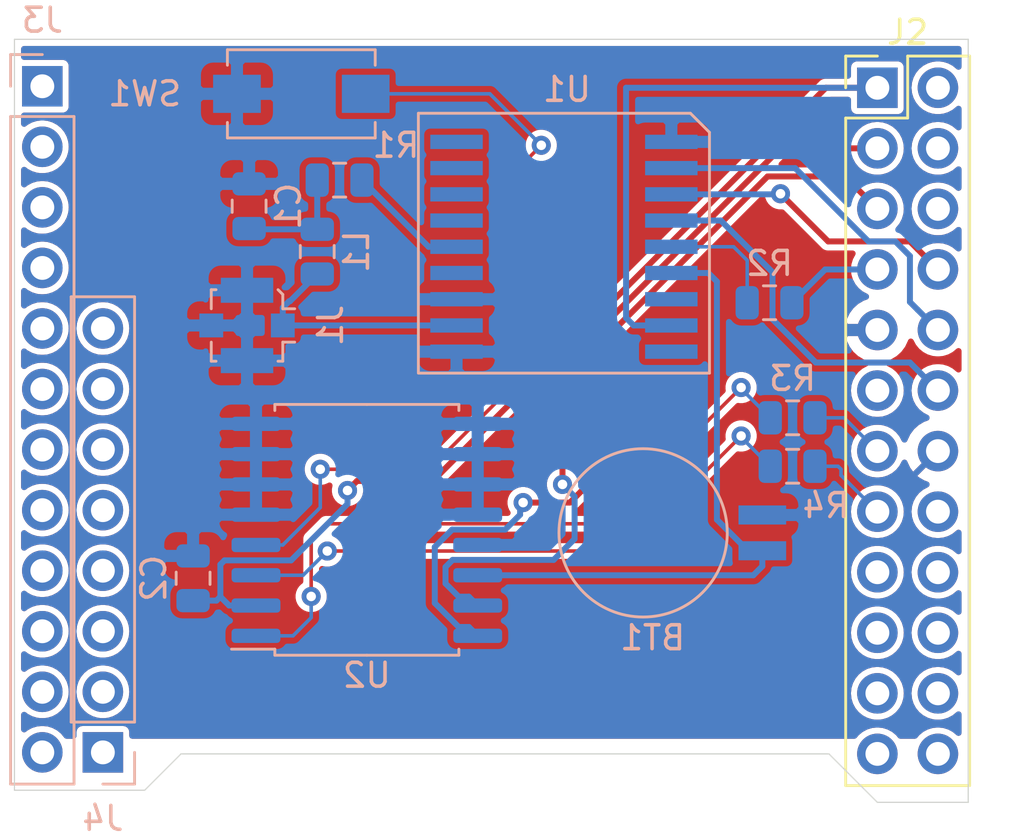
<source format=kicad_pcb>
(kicad_pcb (version 20171130) (host pcbnew 5.1.2)
  (title_block (title "NanoPi NEO Plus 2 GPS + RTC HAT") (date 2019-07-12) (rev 0.2) (company "Fan Jiang <i@fanjiang.me>"))
  (layers (0 F.Cu signal) (31 B.Cu signal) (34 B.Paste user) (35 F.Paste user) (36 B.SilkS user) (37 F.SilkS user) (38 B.Mask user) (39 F.Mask user) (44 Edge.Cuts user))
  (net 0 "")
  (net 1 "Net-(U1-Pad9)")
  (net 2 "Net-(U1-Pad7)")
  (net 3 "Net-(U1-Pad13)")
  (net 4 "Net-(U1-Pad15)")
  (net 5 "Net-(U1-Pad16)")
  (net 6 "Net-(U1-Pad17)")
  (net 7 "Net-(U1-Pad18)")
  (net 8 "Net-(J1-Pad1)")
  (net 9 GND)
  (net 10 /GPS_VBAT)
  (net 11 "Net-(C1-Pad1)")
  (net 12 "Net-(J2-Pad24)")
  (net 13 "Net-(J2-Pad23)")
  (net 14 "Net-(J2-Pad22)")
  (net 15 "Net-(J2-Pad21)")
  (net 16 "Net-(J2-Pad20)")
  (net 17 "Net-(J2-Pad19)")
  (net 18 "Net-(J2-Pad18)")
  (net 19 "Net-(J2-Pad17)")
  (net 20 "Net-(J2-Pad16)")
  (net 21 /GPS_PPS)
  (net 22 "Net-(J2-Pad11)")
  (net 23 /GPS_TX)
  (net 24 /GPS_RX)
  (net 25 "Net-(J2-Pad6)")
  (net 26 "Net-(J2-Pad4)")
  (net 27 "Net-(J2-Pad2)")
  (net 28 +3V3)
  (net 29 "Net-(R1-Pad1)")
  (net 30 /GPS_EXTI)
  (net 31 "Net-(R2-Pad2)")
  (net 32 "Net-(J3-Pad12)")
  (net 33 "Net-(J3-Pad11)")
  (net 34 "Net-(J3-Pad10)")
  (net 35 "Net-(J3-Pad9)")
  (net 36 "Net-(J3-Pad8)")
  (net 37 "Net-(J3-Pad7)")
  (net 38 "Net-(J3-Pad6)")
  (net 39 "Net-(J3-Pad5)")
  (net 40 "Net-(J3-Pad4)")
  (net 41 "Net-(J3-Pad3)")
  (net 42 "Net-(J3-Pad2)")
  (net 43 "Net-(J3-Pad1)")
  (net 44 "Net-(J4-Pad8)")
  (net 45 "Net-(J4-Pad7)")
  (net 46 "Net-(J4-Pad6)")
  (net 47 "Net-(J4-Pad5)")
  (net 48 "Net-(J4-Pad4)")
  (net 49 "Net-(J4-Pad3)")
  (net 50 "Net-(J4-Pad2)")
  (net 51 "Net-(J4-Pad1)")
  (net 52 /RTC_INT)
  (net 53 /RTC_32K)
  (net 54 /RTC_SCL)
  (net 55 /RTC_SDA)
  (net 56 "Net-(R3-Pad2)")
  (net 57 "Net-(R4-Pad2)")
  (net 58 "Net-(SW1-Pad2)")
  (module Package_SO:SOIC-16W_7.5x10.3mm_P1.27mm (layer B.Cu) (at 120.826 75.692)
    (fp_text reference U2 (at 0 6.1) (layer B.SilkS) (effects (justify mirror)))
    (fp_text value DS3231M)
    (fp_line (start -3.86 5.005) (end -5.675 5.005) (layer B.SilkS) (width 0.12))
    (fp_line (start -3.86 5.26) (end -3.86 5.005) (layer B.SilkS) (width 0.12))
    (fp_line (start 0 5.26) (end -3.86 5.26) (layer B.SilkS) (width 0.12))
    (fp_line (start 3.86 5.26) (end 3.86 5.005) (layer B.SilkS) (width 0.12))
    (fp_line (start 0 5.26) (end 3.86 5.26) (layer B.SilkS) (width 0.12))
    (fp_line (start -3.86 -5.26) (end -3.86 -5.005) (layer B.SilkS) (width 0.12))
    (fp_line (start 0 -5.26) (end -3.86 -5.26) (layer B.SilkS) (width 0.12))
    (fp_line (start 3.86 -5.26) (end 3.86 -5.005) (layer B.SilkS) (width 0.12))
    (fp_line (start 0 -5.26) (end 3.86 -5.26) (layer B.SilkS) (width 0.12))
    (pad 16 smd roundrect (at 4.65 4.445) (size 2.05 0.6) (layers B.Cu B.Paste B.Mask) (net 54 /RTC_SCL))
    (pad 15 smd roundrect (at 4.65 3.175) (size 2.05 0.6) (layers B.Cu B.Paste B.Mask) (net 55 /RTC_SDA))
    (pad 14 smd roundrect (at 4.65 1.905) (size 2.05 0.6) (layers B.Cu B.Paste B.Mask) (net 10 /GPS_VBAT))
    (pad 13 smd roundrect (at 4.65 0.635) (size 2.05 0.6) (layers B.Cu B.Paste B.Mask) (net 9 GND))
    (pad 12 smd roundrect (at 4.65 -0.635) (size 2.05 0.6) (layers B.Cu B.Paste B.Mask) (net 9 GND))
    (pad 11 smd roundrect (at 4.65 -1.905) (size 2.05 0.6) (layers B.Cu B.Paste B.Mask) (net 9 GND))
    (pad 10 smd roundrect (at 4.65 -3.175) (size 2.05 0.6) (layers B.Cu B.Paste B.Mask) (net 9 GND))
    (pad 9 smd roundrect (at 4.65 -4.445) (size 2.05 0.6) (layers B.Cu B.Paste B.Mask) (net 9 GND))
    (pad 8 smd roundrect (at -4.65 -4.445) (size 2.05 0.6) (layers B.Cu B.Paste B.Mask) (net 9 GND))
    (pad 7 smd roundrect (at -4.65 -3.175) (size 2.05 0.6) (layers B.Cu B.Paste B.Mask) (net 9 GND))
    (pad 6 smd roundrect (at -4.65 -1.905) (size 2.05 0.6) (layers B.Cu B.Paste B.Mask) (net 9 GND))
    (pad 5 smd roundrect (at -4.65 -0.635) (size 2.05 0.6) (layers B.Cu B.Paste B.Mask) (net 9 GND))
    (pad 4 smd roundrect (at -4.65 0.635) (size 2.05 0.6) (layers B.Cu B.Paste B.Mask) (net 58 "Net-(SW1-Pad2)"))
    (pad 3 smd roundrect (at -4.65 1.905) (size 2.05 0.6) (layers B.Cu B.Paste B.Mask) (net 57 "Net-(R4-Pad2)"))
    (pad 2 smd roundrect (at -4.65 3.175) (size 2.05 0.6) (layers B.Cu B.Paste B.Mask) (net 28 +3V3))
    (pad 1 smd roundrect (at -4.65 4.445) (size 2.05 0.6) (layers B.Cu B.Paste B.Mask) (net 56 "Net-(R3-Pad2)"))
  )
  (module Button_Switch_SMD:SW_SPST_EVQPE1 (layer B.Cu) (at 118.077 57.404)
    (fp_text reference SW1 (at -6.571 0) (layer B.SilkS) (effects (justify mirror)))
    (fp_text value SW_Push)
    (fp_line (start -3.1 -1.85) (end 3.1 -1.85) (layer B.SilkS) (width 0.12))
    (fp_line (start 3.1 1.85) (end -3.1 1.85) (layer B.SilkS) (width 0.12))
    (fp_line (start -3.1 1.85) (end -3.1 1.2) (layer B.SilkS) (width 0.12))
    (fp_line (start -3.1 -1.2) (end -3.1 -1.85) (layer B.SilkS) (width 0.12))
    (fp_line (start 3.1 -1.85) (end 3.1 -1.2) (layer B.SilkS) (width 0.12))
    (fp_line (start 3.1 1.85) (end 3.1 1.2) (layer B.SilkS) (width 0.12))
    (pad 1 smd rect (at -2.7 0) (size 2 1.6) (layers B.Cu B.Paste B.Mask) (net 9 GND))
    (pad 2 smd rect (at 2.7 0) (size 2 1.6) (layers B.Cu B.Paste B.Mask) (net 58 "Net-(SW1-Pad2)"))
  )
  (module Resistor_SMD:R_0805_2012Metric (layer B.Cu) (at 138.684 73.025 180)
    (fp_text reference R4 (at -1.397 -1.651) (layer B.SilkS) (effects (justify mirror)))
    (fp_text value NP)
    (fp_line (start -0.258578 -0.71) (end 0.258578 -0.71) (layer B.SilkS) (width 0.12))
    (fp_line (start -0.258578 0.71) (end 0.258578 0.71) (layer B.SilkS) (width 0.12))
    (pad 2 smd roundrect (at 0.9375 0 180) (size 0.975 1.4) (layers B.Cu B.Paste B.Mask) (net 57 "Net-(R4-Pad2)"))
    (pad 1 smd roundrect (at -0.9375 0 180) (size 0.975 1.4) (layers B.Cu B.Paste B.Mask) (net 52 /RTC_INT))
  )
  (module Resistor_SMD:R_0805_2012Metric (layer B.Cu) (at 138.684 70.993 180)
    (fp_text reference R3 (at 0 1.65) (layer B.SilkS) (effects (justify mirror)))
    (fp_text value NP)
    (fp_line (start -0.258578 -0.71) (end 0.258578 -0.71) (layer B.SilkS) (width 0.12))
    (fp_line (start -0.258578 0.71) (end 0.258578 0.71) (layer B.SilkS) (width 0.12))
    (pad 2 smd roundrect (at 0.9375 0 180) (size 0.975 1.4) (layers B.Cu B.Paste B.Mask) (net 56 "Net-(R3-Pad2)"))
    (pad 1 smd roundrect (at -0.9375 0 180) (size 0.975 1.4) (layers B.Cu B.Paste B.Mask) (net 53 /RTC_32K))
  )
  (module Capacitor_SMD:C_0805_2012Metric (layer B.Cu) (at 113.538 77.724 270)
    (fp_text reference C2 (at 0 1.65 90) (layer B.SilkS) (effects (justify mirror)))
    (fp_text value 1u)
    (fp_line (start -0.258578 -0.71) (end 0.258578 -0.71) (layer B.SilkS) (width 0.12))
    (fp_line (start -0.258578 0.71) (end 0.258578 0.71) (layer B.SilkS) (width 0.12))
    (pad 2 smd roundrect (at 0.9375 0 270) (size 0.975 1.4) (layers B.Cu B.Paste B.Mask) (net 28 +3V3))
    (pad 1 smd roundrect (at -0.9375 0 270) (size 0.975 1.4) (layers B.Cu B.Paste B.Mask) (net 9 GND))
  )
  (module Connector_PinSocket_2.54mm:PinSocket_1x08_P2.54mm_Vertical (layer B.Cu) (at 109.7534 85.0265)
    (fp_text reference J4 (at 0 2.77) (layer B.SilkS) (effects (justify mirror)))
    (fp_text value Conn_01x08_Female hide)
    (fp_line (start 0 1.33) (end 1.33 1.33) (layer B.SilkS) (width 0.12))
    (fp_line (start 1.33 1.33) (end 1.33 0) (layer B.SilkS) (width 0.12))
    (fp_line (start 1.33 -1.27) (end 1.33 -19.11) (layer B.SilkS) (width 0.12))
    (fp_line (start -1.33 -19.11) (end 1.33 -19.11) (layer B.SilkS) (width 0.12))
    (fp_line (start -1.33 -1.27) (end -1.33 -19.11) (layer B.SilkS) (width 0.12))
    (fp_line (start -1.33 -1.27) (end 1.33 -1.27) (layer B.SilkS) (width 0.12))
    (pad 8 thru_hole oval (at 0 -17.78) (size 1.7 1.7) (drill 1) (layers *.Cu *.Mask) (net 44 "Net-(J4-Pad8)"))
    (pad 7 thru_hole oval (at 0 -15.24) (size 1.7 1.7) (drill 1) (layers *.Cu *.Mask) (net 45 "Net-(J4-Pad7)"))
    (pad 6 thru_hole oval (at 0 -12.7) (size 1.7 1.7) (drill 1) (layers *.Cu *.Mask) (net 46 "Net-(J4-Pad6)"))
    (pad 5 thru_hole oval (at 0 -10.16) (size 1.7 1.7) (drill 1) (layers *.Cu *.Mask) (net 47 "Net-(J4-Pad5)"))
    (pad 4 thru_hole oval (at 0 -7.62) (size 1.7 1.7) (drill 1) (layers *.Cu *.Mask) (net 48 "Net-(J4-Pad4)"))
    (pad 3 thru_hole oval (at 0 -5.08) (size 1.7 1.7) (drill 1) (layers *.Cu *.Mask) (net 49 "Net-(J4-Pad3)"))
    (pad 2 thru_hole oval (at 0 -2.54) (size 1.7 1.7) (drill 1) (layers *.Cu *.Mask) (net 50 "Net-(J4-Pad2)"))
    (pad 1 thru_hole rect (at 0 0) (size 1.7 1.7) (drill 1) (layers *.Cu *.Mask) (net 51 "Net-(J4-Pad1)"))
  )
  (module Connector_PinSocket_2.54mm:PinSocket_1x12_P2.54mm_Vertical (layer B.Cu) (at 107.2134 57.0865 180)
    (fp_text reference J3 (at 0 2.77) (layer B.SilkS) (effects (justify mirror)))
    (fp_text value Conn_01x12_Female hide)
    (fp_line (start 0 1.33) (end 1.33 1.33) (layer B.SilkS) (width 0.12))
    (fp_line (start 1.33 1.33) (end 1.33 0) (layer B.SilkS) (width 0.12))
    (fp_line (start 1.33 -1.27) (end 1.33 -29.27) (layer B.SilkS) (width 0.12))
    (fp_line (start -1.33 -29.27) (end 1.33 -29.27) (layer B.SilkS) (width 0.12))
    (fp_line (start -1.33 -1.27) (end -1.33 -29.27) (layer B.SilkS) (width 0.12))
    (fp_line (start -1.33 -1.27) (end 1.33 -1.27) (layer B.SilkS) (width 0.12))
    (pad 12 thru_hole oval (at 0 -27.94 180) (size 1.7 1.7) (drill 1) (layers *.Cu *.Mask) (net 32 "Net-(J3-Pad12)"))
    (pad 11 thru_hole oval (at 0 -25.4 180) (size 1.7 1.7) (drill 1) (layers *.Cu *.Mask) (net 33 "Net-(J3-Pad11)"))
    (pad 10 thru_hole oval (at 0 -22.86 180) (size 1.7 1.7) (drill 1) (layers *.Cu *.Mask) (net 34 "Net-(J3-Pad10)"))
    (pad 9 thru_hole oval (at 0 -20.32 180) (size 1.7 1.7) (drill 1) (layers *.Cu *.Mask) (net 35 "Net-(J3-Pad9)"))
    (pad 8 thru_hole oval (at 0 -17.78 180) (size 1.7 1.7) (drill 1) (layers *.Cu *.Mask) (net 36 "Net-(J3-Pad8)"))
    (pad 7 thru_hole oval (at 0 -15.24 180) (size 1.7 1.7) (drill 1) (layers *.Cu *.Mask) (net 37 "Net-(J3-Pad7)"))
    (pad 6 thru_hole oval (at 0 -12.7 180) (size 1.7 1.7) (drill 1) (layers *.Cu *.Mask) (net 38 "Net-(J3-Pad6)"))
    (pad 5 thru_hole oval (at 0 -10.16 180) (size 1.7 1.7) (drill 1) (layers *.Cu *.Mask) (net 39 "Net-(J3-Pad5)"))
    (pad 4 thru_hole oval (at 0 -7.62 180) (size 1.7 1.7) (drill 1) (layers *.Cu *.Mask) (net 40 "Net-(J3-Pad4)"))
    (pad 3 thru_hole oval (at 0 -5.08 180) (size 1.7 1.7) (drill 1) (layers *.Cu *.Mask) (net 41 "Net-(J3-Pad3)"))
    (pad 2 thru_hole oval (at 0 -2.54 180) (size 1.7 1.7) (drill 1) (layers *.Cu *.Mask) (net 42 "Net-(J3-Pad2)"))
    (pad 1 thru_hole rect (at 0 0 180) (size 1.7 1.7) (drill 1) (layers *.Cu *.Mask) (net 43 "Net-(J3-Pad1)"))
  )
  (module Resistor_SMD:R_0805_2012Metric (layer B.Cu) (at 137.7165 66.167 180)
    (fp_text reference R2 (at 0 1.65) (layer B.SilkS) (effects (justify mirror)))
    (fp_text value NP)
    (fp_line (start -0.258578 -0.71) (end 0.258578 -0.71) (layer B.SilkS) (width 0.12))
    (fp_line (start -0.258578 0.71) (end 0.258578 0.71) (layer B.SilkS) (width 0.12))
    (pad 2 smd roundrect (at 0.9375 0 180) (size 0.975 1.4) (layers B.Cu B.Paste B.Mask) (net 31 "Net-(R2-Pad2)"))
    (pad 1 smd roundrect (at -0.9375 0 180) (size 0.975 1.4) (layers B.Cu B.Paste B.Mask) (net 30 /GPS_EXTI))
  )
  (module Resistor_SMD:R_0805_2012Metric (layer B.Cu) (at 119.6825 61.0235 180)
    (fp_text reference R1 (at -2.3645 1.4605) (layer B.SilkS) (effects (justify mirror)))
    (fp_text value 10)
    (fp_line (start -0.258578 -0.71) (end 0.258578 -0.71) (layer B.SilkS) (width 0.12))
    (fp_line (start -0.258578 0.71) (end 0.258578 0.71) (layer B.SilkS) (width 0.12))
    (pad 2 smd roundrect (at 0.9375 0 180) (size 0.975 1.4) (layers B.Cu B.Paste B.Mask) (net 11 "Net-(C1-Pad1)"))
    (pad 1 smd roundrect (at -0.9375 0 180) (size 0.975 1.4) (layers B.Cu B.Paste B.Mask) (net 29 "Net-(R1-Pad1)"))
  )
  (module Inductor_SMD:L_0805_2012Metric (layer B.Cu) (at 118.745 64.023 90)
    (fp_text reference L1 (at 0 1.65 90) (layer B.SilkS) (effects (justify mirror)))
    (fp_text value 27n)
    (fp_line (start -0.258578 -0.71) (end 0.258578 -0.71) (layer B.SilkS) (width 0.12))
    (fp_line (start -0.258578 0.71) (end 0.258578 0.71) (layer B.SilkS) (width 0.12))
    (pad 2 smd roundrect (at 0.9375 0 90) (size 0.975 1.4) (layers B.Cu B.Paste B.Mask) (net 11 "Net-(C1-Pad1)"))
    (pad 1 smd roundrect (at -0.9375 0 90) (size 0.975 1.4) (layers B.Cu B.Paste B.Mask) (net 8 "Net-(J1-Pad1)"))
  )
  (module Connector_PinHeader_2.54mm:PinHeader_2x12_P2.54mm_Vertical (layer F.Cu) (at 142.24 57.15)
    (fp_text reference J2 (at 1.27 -2.33) (layer F.SilkS))
    (fp_text value NanoPi_GPIO)
    (fp_line (start -1.33 -1.33) (end 0 -1.33) (layer F.SilkS) (width 0.12))
    (fp_line (start -1.33 0) (end -1.33 -1.33) (layer F.SilkS) (width 0.12))
    (fp_line (start 1.27 -1.33) (end 3.87 -1.33) (layer F.SilkS) (width 0.12))
    (fp_line (start 1.27 1.27) (end 1.27 -1.33) (layer F.SilkS) (width 0.12))
    (fp_line (start -1.33 1.27) (end 1.27 1.27) (layer F.SilkS) (width 0.12))
    (fp_line (start 3.87 -1.33) (end 3.87 29.27) (layer F.SilkS) (width 0.12))
    (fp_line (start -1.33 1.27) (end -1.33 29.27) (layer F.SilkS) (width 0.12))
    (fp_line (start -1.33 29.27) (end 3.87 29.27) (layer F.SilkS) (width 0.12))
    (pad 24 thru_hole oval (at 2.54 27.94) (size 1.7 1.7) (drill 1) (layers *.Cu *.Mask) (net 12 "Net-(J2-Pad24)"))
    (pad 23 thru_hole oval (at 0 27.94) (size 1.7 1.7) (drill 1) (layers *.Cu *.Mask) (net 13 "Net-(J2-Pad23)"))
    (pad 22 thru_hole oval (at 2.54 25.4) (size 1.7 1.7) (drill 1) (layers *.Cu *.Mask) (net 14 "Net-(J2-Pad22)"))
    (pad 21 thru_hole oval (at 0 25.4) (size 1.7 1.7) (drill 1) (layers *.Cu *.Mask) (net 15 "Net-(J2-Pad21)"))
    (pad 20 thru_hole oval (at 2.54 22.86) (size 1.7 1.7) (drill 1) (layers *.Cu *.Mask) (net 16 "Net-(J2-Pad20)"))
    (pad 19 thru_hole oval (at 0 22.86) (size 1.7 1.7) (drill 1) (layers *.Cu *.Mask) (net 17 "Net-(J2-Pad19)"))
    (pad 18 thru_hole oval (at 2.54 20.32) (size 1.7 1.7) (drill 1) (layers *.Cu *.Mask) (net 18 "Net-(J2-Pad18)"))
    (pad 17 thru_hole oval (at 0 20.32) (size 1.7 1.7) (drill 1) (layers *.Cu *.Mask) (net 19 "Net-(J2-Pad17)"))
    (pad 16 thru_hole oval (at 2.54 17.78) (size 1.7 1.7) (drill 1) (layers *.Cu *.Mask) (net 20 "Net-(J2-Pad16)"))
    (pad 15 thru_hole oval (at 0 17.78) (size 1.7 1.7) (drill 1) (layers *.Cu *.Mask) (net 52 /RTC_INT))
    (pad 14 thru_hole oval (at 2.54 15.24) (size 1.7 1.7) (drill 1) (layers *.Cu *.Mask) (net 9 GND))
    (pad 13 thru_hole oval (at 0 15.24) (size 1.7 1.7) (drill 1) (layers *.Cu *.Mask) (net 53 /RTC_32K))
    (pad 12 thru_hole oval (at 2.54 12.7) (size 1.7 1.7) (drill 1) (layers *.Cu *.Mask) (net 21 /GPS_PPS))
    (pad 11 thru_hole oval (at 0 12.7) (size 1.7 1.7) (drill 1) (layers *.Cu *.Mask) (net 22 "Net-(J2-Pad11)"))
    (pad 10 thru_hole oval (at 2.54 10.16) (size 1.7 1.7) (drill 1) (layers *.Cu *.Mask) (net 23 /GPS_TX))
    (pad 9 thru_hole oval (at 0 10.16) (size 1.7 1.7) (drill 1) (layers *.Cu *.Mask) (net 9 GND))
    (pad 8 thru_hole oval (at 2.54 7.62) (size 1.7 1.7) (drill 1) (layers *.Cu *.Mask) (net 24 /GPS_RX))
    (pad 7 thru_hole oval (at 0 7.62) (size 1.7 1.7) (drill 1) (layers *.Cu *.Mask) (net 30 /GPS_EXTI))
    (pad 6 thru_hole oval (at 2.54 5.08) (size 1.7 1.7) (drill 1) (layers *.Cu *.Mask) (net 25 "Net-(J2-Pad6)"))
    (pad 5 thru_hole oval (at 0 5.08) (size 1.7 1.7) (drill 1) (layers *.Cu *.Mask) (net 54 /RTC_SCL))
    (pad 4 thru_hole oval (at 2.54 2.54) (size 1.7 1.7) (drill 1) (layers *.Cu *.Mask) (net 26 "Net-(J2-Pad4)"))
    (pad 3 thru_hole oval (at 0 2.54) (size 1.7 1.7) (drill 1) (layers *.Cu *.Mask) (net 55 /RTC_SDA))
    (pad 2 thru_hole oval (at 2.54 0) (size 1.7 1.7) (drill 1) (layers *.Cu *.Mask) (net 27 "Net-(J2-Pad2)"))
    (pad 1 thru_hole rect (at 0 0) (size 1.7 1.7) (drill 1) (layers *.Cu *.Mask) (net 28 +3V3))
  )
  (module Capacitor_SMD:C_0805_2012Metric (layer B.Cu) (at 115.8875 62.118 90)
    (fp_text reference C1 (at 0 1.65 90) (layer B.SilkS) (effects (justify mirror)))
    (fp_text value 47p)
    (fp_line (start -0.258578 -0.71) (end 0.258578 -0.71) (layer B.SilkS) (width 0.12))
    (fp_line (start -0.258578 0.71) (end 0.258578 0.71) (layer B.SilkS) (width 0.12))
    (pad 2 smd roundrect (at 0.9375 0 90) (size 0.975 1.4) (layers B.Cu B.Paste B.Mask) (net 9 GND))
    (pad 1 smd roundrect (at -0.9375 0 90) (size 0.975 1.4) (layers B.Cu B.Paste B.Mask) (net 11 "Net-(C1-Pad1)"))
  )
  (module Battery:BatteryHolder_Seiko_MS621F (layer B.Cu) (at 137.414 75.819)
    (fp_text reference BT1 (at -4.6 4.4) (layer B.SilkS) (effects (justify mirror)))
    (fp_text value Battery_Cell)
    (fp_circle (center -5 0) (end -1.47 0) (layer B.SilkS) (width 0.12))
    (pad 2 smd rect (at 0 -0.75) (size 2 0.8) (layers B.Cu B.Paste B.Mask) (net 9 GND))
    (pad 1 smd rect (at 0 0.75) (size 2 0.8) (layers B.Cu B.Paste B.Mask) (net 10 /GPS_VBAT))
  )
  (module Connector_Coaxial:U.FL_Molex_MCRF_73412-0110_Vertical (layer B.Cu) (at 115.8 67.1195 270)
    (fp_text reference J1 (at 0 -3.5 90) (layer B.SilkS) (effects (justify mirror)))
    (fp_text value Conn_Coaxial)
    (fp_line (start -1.5 1.5) (end -0.7 1.5) (layer B.SilkS) (width 0.12))
    (fp_line (start -1.5 1.3) (end -1.5 1.5) (layer B.SilkS) (width 0.12))
    (fp_line (start 1.5 1.5) (end 1.5 1.3) (layer B.SilkS) (width 0.12))
    (fp_line (start 0.7 1.5) (end 1.5 1.5) (layer B.SilkS) (width 0.12))
    (fp_line (start 1.5 -1.5) (end 0.7 -1.5) (layer B.SilkS) (width 0.12))
    (fp_line (start 1.5 -1.3) (end 1.5 -1.5) (layer B.SilkS) (width 0.12))
    (fp_line (start -1.3 -1.5) (end -1.5 -1.3) (layer B.SilkS) (width 0.12))
    (fp_line (start -0.7 -1.5) (end -1.3 -1.5) (layer B.SilkS) (width 0.12))
    (fp_line (start -0.7 -1.5) (end -0.7 -2) (layer B.SilkS) (width 0.12))
    (fp_line (start 0.7 -1.5) (end 0.7 -2) (layer B.SilkS) (width 0.12))
    (pad 1 smd rect (at 0 -1.5 270) (size 1 1) (layers B.Cu B.Paste B.Mask) (net 8 "Net-(J1-Pad1)"))
    (pad 2 smd rect (at 0 1.5 270) (size 1 1) (layers B.Cu B.Paste B.Mask) (net 9 GND))
    (pad 2 smd rect (at 1.475 0 270) (size 1.05 2.2) (layers B.Cu B.Paste B.Mask) (net 9 GND))
    (pad 2 smd rect (at -1.475 0 270) (size 1.05 2.2) (layers B.Cu B.Paste B.Mask) (net 9 GND))
  )
  (module GPS:KH-1110 (layer B.Cu) (at 129.219 63.8195 270)
    (fp_text reference U1 (at -6.6 0 180) (layer B.SilkS) (effects (justify mirror)))
    (fp_text value KH-1110-UB8X)
    (fp_line (start 5.3 -5.978) (end -4.8 -5.978) (layer B.SilkS) (width 0.12))
    (fp_line (start 5.3 6.2) (end 5.3 -5.978) (layer B.SilkS) (width 0.12))
    (fp_line (start -5.6 6.232) (end 5.3 6.232) (layer B.SilkS) (width 0.12))
    (fp_line (start -5.6 -5.178) (end -5.6 6.232) (layer B.SilkS) (width 0.12))
    (fp_line (start -4.8 -5.978) (end -5.6 -5.178) (layer B.SilkS) (width 0.12))
    (pad 9 smd rect (at 4.4 -4.378 270) (size 0.6 2.2) (layers B.Cu B.Paste B.Mask) (net 1 "Net-(U1-Pad9)"))
    (pad 10 smd rect (at 4.4 4.632 270) (size 0.6 2.2) (layers B.Cu B.Paste B.Mask) (net 9 GND))
    (pad 8 smd rect (at 3.3 -4.378 270) (size 0.6 2.2) (layers B.Cu B.Paste B.Mask) (net 28 +3V3))
    (pad 11 smd rect (at 3.3 4.632 270) (size 0.6 2.2) (layers B.Cu B.Paste B.Mask) (net 8 "Net-(J1-Pad1)"))
    (pad 7 smd rect (at 2.2 -4.378 270) (size 0.6 2.2) (layers B.Cu B.Paste B.Mask) (net 2 "Net-(U1-Pad7)"))
    (pad 12 smd rect (at 2.2 4.632 270) (size 0.6 2.2) (layers B.Cu B.Paste B.Mask) (net 9 GND))
    (pad 6 smd rect (at 1.1 -4.378 270) (size 0.6 2.2) (layers B.Cu B.Paste B.Mask) (net 10 /GPS_VBAT))
    (pad 13 smd rect (at 1.1 4.632 270) (size 0.6 2.2) (layers B.Cu B.Paste B.Mask) (net 3 "Net-(U1-Pad13)"))
    (pad 5 smd rect (at 0 -4.378 270) (size 0.6 2.2) (layers B.Cu B.Paste B.Mask) (net 31 "Net-(R2-Pad2)"))
    (pad 14 smd rect (at 0 4.632 270) (size 0.6 2.2) (layers B.Cu B.Paste B.Mask) (net 29 "Net-(R1-Pad1)"))
    (pad 4 smd rect (at -1.1 -4.378 270) (size 0.6 2.2) (layers B.Cu B.Paste B.Mask) (net 21 /GPS_PPS))
    (pad 15 smd rect (at -1.1 4.632 270) (size 0.6 2.2) (layers B.Cu B.Paste B.Mask) (net 4 "Net-(U1-Pad15)"))
    (pad 3 smd rect (at -2.2 -4.378 270) (size 0.6 2.2) (layers B.Cu B.Paste B.Mask) (net 24 /GPS_RX))
    (pad 16 smd rect (at -2.2 4.632 270) (size 0.6 2.2) (layers B.Cu B.Paste B.Mask) (net 5 "Net-(U1-Pad16)"))
    (pad 2 smd rect (at -3.3 -4.378 270) (size 0.6 2.2) (layers B.Cu B.Paste B.Mask) (net 23 /GPS_TX))
    (pad 17 smd rect (at -3.3 4.632 270) (size 0.6 2.2) (layers B.Cu B.Paste B.Mask) (net 6 "Net-(U1-Pad17)"))
    (pad 1 smd rect (at -4.4 -4.378 270) (size 0.6 2.2) (layers B.Cu B.Paste B.Mask) (net 9 GND))
    (pad 18 smd rect (at -4.4 4.632 270) (size 0.6 2.2) (layers B.Cu B.Paste B.Mask) (net 7 "Net-(U1-Pad18)"))
  )
  (gr_line (start 113.03 85.09) (end 140.208 85.09) (layer Edge.Cuts) (width 0.05))
  (gr_line (start 111.506 86.614) (end 113.03 85.09) (layer Edge.Cuts) (width 0.05))
  (gr_line (start 106.045 86.614) (end 111.506 86.614) (layer Edge.Cuts) (width 0.05))
  (gr_line (start 106.045 55.118) (end 106.045 86.614) (layer Edge.Cuts) (width 0.05))
  (gr_line (start 146.05 55.118) (end 106.045 55.118) (layer Edge.Cuts) (width 0.05))
  (gr_line (start 146.05 87.122) (end 146.05 55.118) (layer Edge.Cuts) (width 0.05))
  (gr_line (start 142.24 87.122) (end 146.05 87.122) (layer Edge.Cuts) (width 0.05))
  (gr_line (start 140.208 85.09) (end 142.24 87.122) (layer Edge.Cuts) (width 0.05))
  (segment (start 124.587 67.1195) (end 117.3 67.1195) (width 0.25) (layer B.Cu) (net 8))
  (segment (start 118.745 64.9605) (end 117.602 66.1035) (width 0.25) (layer B.Cu) (net 8))
  (segment (start 117.3 66.3695) (end 117.3 67.1195) (width 0.25) (layer B.Cu) (net 8))
  (segment (start 117.566 66.1035) (end 117.3 66.3695) (width 0.25) (layer B.Cu) (net 8))
  (segment (start 117.602 66.1035) (end 117.566 66.1035) (width 0.25) (layer B.Cu) (net 8))
  (segment (start 123.787 68.2195) (end 123.7665 68.199) (width 0.25) (layer B.Cu) (net 9))
  (segment (start 144.78 72.39) (end 143.637 73.533) (width 0.25) (layer B.Cu) (net 9))
  (segment (start 144.78 72.39) (end 143.930001 73.239999) (width 0.25) (layer F.Cu) (net 9))
  (segment (start 143.930001 73.239999) (end 143.383 73.787) (width 0.25) (layer F.Cu) (net 9))
  (segment (start 135.1505 64.9195) (end 133.597 64.9195) (width 0.25) (layer B.Cu) (net 10))
  (segment (start 135.509 65.278) (end 135.1505 64.9195) (width 0.25) (layer B.Cu) (net 10))
  (segment (start 136.814 76.569) (end 137.414 76.569) (width 0.25) (layer B.Cu) (net 10))
  (segment (start 135.509 75.264) (end 136.814 76.569) (width 0.25) (layer B.Cu) (net 10))
  (segment (start 135.509 65.278) (end 135.509 75.264) (width 0.25) (layer B.Cu) (net 10))
  (segment (start 137.414 77.219) (end 137.414 76.569) (width 0.25) (layer B.Cu) (net 10))
  (segment (start 137.036 77.597) (end 137.414 77.219) (width 0.25) (layer B.Cu) (net 10))
  (segment (start 125.476 77.597) (end 137.036 77.597) (width 0.25) (layer B.Cu) (net 10))
  (segment (start 115.9175 63.0855) (end 115.8875 63.0555) (width 0.25) (layer B.Cu) (net 11))
  (segment (start 118.745 63.0855) (end 115.9175 63.0855) (width 0.25) (layer B.Cu) (net 11))
  (segment (start 118.745 61.0235) (end 118.745 63.0855) (width 0.25) (layer B.Cu) (net 11))
  (segment (start 143.930001 69.000001) (end 144.78 69.85) (width 0.25) (layer B.Cu) (net 21))
  (segment (start 143.604999 68.674999) (end 143.930001 69.000001) (width 0.25) (layer B.Cu) (net 21))
  (segment (start 139.657649 68.674999) (end 143.604999 68.674999) (width 0.25) (layer B.Cu) (net 21))
  (segment (start 137.84149 66.85884) (end 139.657649 68.674999) (width 0.25) (layer B.Cu) (net 21))
  (segment (start 137.84149 64.885792) (end 137.84149 66.85884) (width 0.25) (layer B.Cu) (net 21))
  (segment (start 135.675198 62.7195) (end 137.84149 64.885792) (width 0.25) (layer B.Cu) (net 21))
  (segment (start 133.597 62.7195) (end 135.675198 62.7195) (width 0.25) (layer B.Cu) (net 21))
  (segment (start 143.930001 66.460001) (end 144.78 67.31) (width 0.25) (layer B.Cu) (net 23))
  (segment (start 143.604999 66.134999) (end 143.930001 66.460001) (width 0.25) (layer B.Cu) (net 23))
  (segment (start 138.790498 60.5195) (end 141.865997 63.594999) (width 0.25) (layer B.Cu) (net 23))
  (segment (start 143.604999 64.205999) (end 143.604999 66.134999) (width 0.25) (layer B.Cu) (net 23))
  (segment (start 142.993999 63.594999) (end 143.604999 64.205999) (width 0.25) (layer B.Cu) (net 23))
  (segment (start 141.865997 63.594999) (end 142.993999 63.594999) (width 0.25) (layer B.Cu) (net 23))
  (segment (start 133.597 60.5195) (end 138.790498 60.5195) (width 0.25) (layer B.Cu) (net 23))
  (via (at 138.176 61.595) (size 0.8) (drill 0.4) (layers F.Cu B.Cu) (net 24))
  (segment (start 133.597 61.6195) (end 138.1515 61.6195) (width 0.25) (layer B.Cu) (net 24))
  (segment (start 138.1515 61.6195) (end 138.176 61.595) (width 0.25) (layer B.Cu) (net 24))
  (segment (start 143.930001 63.920001) (end 144.78 64.77) (width 0.25) (layer F.Cu) (net 24))
  (segment (start 140.175999 63.594999) (end 143.604999 63.594999) (width 0.25) (layer F.Cu) (net 24))
  (segment (start 143.604999 63.594999) (end 143.930001 63.920001) (width 0.25) (layer F.Cu) (net 24))
  (segment (start 138.176 61.595) (end 140.175999 63.594999) (width 0.25) (layer F.Cu) (net 24))
  (segment (start 131.699 66.802) (end 132.0165 67.1195) (width 0.25) (layer B.Cu) (net 28))
  (segment (start 132.0165 67.1195) (end 133.597 67.1195) (width 0.25) (layer B.Cu) (net 28))
  (segment (start 142.24 57.15) (end 131.699 57.15) (width 0.25) (layer B.Cu) (net 28))
  (segment (start 131.699 57.15) (end 131.699 66.802) (width 0.25) (layer B.Cu) (net 28))
  (segment (start 120.015 74.606685) (end 120.015 74.041) (width 0.25) (layer B.Cu) (net 28))
  (segment (start 123.589999 73.641001) (end 120.414999 73.641001) (width 0.25) (layer F.Cu) (net 28))
  (segment (start 120.414999 73.641001) (end 120.015 74.041) (width 0.25) (layer F.Cu) (net 28))
  (segment (start 142.24 57.15) (end 140.081 57.15) (width 0.25) (layer F.Cu) (net 28))
  (segment (start 140.081 57.15) (end 123.589999 73.641001) (width 0.25) (layer F.Cu) (net 28))
  (via (at 120.015 74.041) (size 0.8) (drill 0.4) (layers F.Cu B.Cu) (net 28))
  (segment (start 117.649695 76.97199) (end 120.015 74.606685) (width 0.25) (layer B.Cu) (net 28))
  (segment (start 114.85686 76.97199) (end 114.681 77.14785) (width 0.25) (layer B.Cu) (net 28))
  (segment (start 117.649695 76.97199) (end 114.85686 76.97199) (width 0.25) (layer B.Cu) (net 28))
  (segment (start 115.051 78.867) (end 116.176 78.867) (width 0.25) (layer B.Cu) (net 28))
  (segment (start 114.681 78.497) (end 115.051 78.867) (width 0.25) (layer B.Cu) (net 28))
  (segment (start 114.681 77.14785) (end 114.681 78.497) (width 0.25) (layer B.Cu) (net 28))
  (segment (start 114.5165 78.6615) (end 113.538 78.6615) (width 0.25) (layer B.Cu) (net 28))
  (segment (start 114.681 78.497) (end 114.5165 78.6615) (width 0.25) (layer B.Cu) (net 28))
  (segment (start 123.416 63.8195) (end 124.587 63.8195) (width 0.25) (layer B.Cu) (net 29))
  (segment (start 120.62 61.0235) (end 123.416 63.8195) (width 0.25) (layer B.Cu) (net 29))
  (segment (start 140.051 64.77) (end 138.654 66.167) (width 0.25) (layer B.Cu) (net 30))
  (segment (start 142.24 64.77) (end 140.051 64.77) (width 0.25) (layer B.Cu) (net 30))
  (segment (start 136.779 66.167) (end 136.779 64.389) (width 0.15) (layer B.Cu) (net 31))
  (segment (start 136.2095 63.8195) (end 133.597 63.8195) (width 0.15) (layer B.Cu) (net 31))
  (segment (start 136.779 64.389) (end 136.2095 63.8195) (width 0.15) (layer B.Cu) (net 31))
  (segment (start 140.716 73.406) (end 142.24 74.93) (width 0.15) (layer B.Cu) (net 52))
  (segment (start 140.716 73.152) (end 140.716 73.406) (width 0.15) (layer B.Cu) (net 52))
  (segment (start 139.6215 73.025) (end 140.589 73.025) (width 0.15) (layer B.Cu) (net 52))
  (segment (start 140.589 73.025) (end 140.716 73.152) (width 0.15) (layer B.Cu) (net 52))
  (segment (start 140.843 70.993) (end 142.24 72.39) (width 0.15) (layer B.Cu) (net 53))
  (segment (start 139.6215 70.993) (end 140.843 70.993) (width 0.15) (layer B.Cu) (net 53))
  (segment (start 124.404242 75.68201) (end 126.62899 75.68201) (width 0.25) (layer B.Cu) (net 54))
  (segment (start 124.678522 79.76629) (end 123.67598 78.763748) (width 0.25) (layer B.Cu) (net 54))
  (segment (start 123.67598 78.763748) (end 123.67598 76.410272) (width 0.25) (layer B.Cu) (net 54))
  (segment (start 125.10529 79.76629) (end 124.678522 79.76629) (width 0.25) (layer B.Cu) (net 54))
  (segment (start 125.476 80.137) (end 125.10529 79.76629) (width 0.25) (layer B.Cu) (net 54))
  (segment (start 123.67598 76.410272) (end 124.404242 75.68201) (width 0.25) (layer B.Cu) (net 54))
  (segment (start 126.62899 75.68201) (end 127.254 75.057) (width 0.25) (layer B.Cu) (net 54))
  (via (at 127.381 74.549) (size 0.8) (drill 0.4) (layers F.Cu B.Cu) (net 54))
  (segment (start 127.254 75.057) (end 127.254 74.676) (width 0.25) (layer B.Cu) (net 54))
  (segment (start 127.254 74.676) (end 127.381 74.549) (width 0.25) (layer B.Cu) (net 54))
  (segment (start 129.978002 73.914) (end 129.978002 68.525818) (width 0.25) (layer F.Cu) (net 54))
  (segment (start 137.633821 60.869999) (end 140.879999 60.869999) (width 0.25) (layer F.Cu) (net 54))
  (segment (start 141.390001 61.380001) (end 142.24 62.23) (width 0.25) (layer F.Cu) (net 54))
  (segment (start 129.978002 68.525818) (end 137.633821 60.869999) (width 0.25) (layer F.Cu) (net 54))
  (segment (start 140.879999 60.869999) (end 141.390001 61.380001) (width 0.25) (layer F.Cu) (net 54))
  (segment (start 129.343002 74.549) (end 129.978002 73.914) (width 0.25) (layer F.Cu) (net 54))
  (segment (start 127.381 74.549) (end 129.343002 74.549) (width 0.25) (layer F.Cu) (net 54))
  (via (at 129.032 73.787) (size 0.8) (drill 0.4) (layers F.Cu B.Cu) (net 55))
  (segment (start 129.032 68.83541) (end 138.17741 59.69) (width 0.25) (layer F.Cu) (net 55))
  (segment (start 129.032 73.787) (end 129.032 68.83541) (width 0.25) (layer F.Cu) (net 55))
  (segment (start 141.037919 59.69) (end 142.24 59.69) (width 0.25) (layer F.Cu) (net 55))
  (segment (start 138.17741 59.69) (end 141.037919 59.69) (width 0.25) (layer F.Cu) (net 55))
  (segment (start 129.54 74.295) (end 129.032 73.787) (width 0.25) (layer B.Cu) (net 55))
  (segment (start 129.54 76.073) (end 129.54 74.295) (width 0.25) (layer B.Cu) (net 55))
  (segment (start 128.66099 76.95201) (end 129.54 76.073) (width 0.25) (layer B.Cu) (net 55))
  (segment (start 124.424222 76.95201) (end 128.66099 76.95201) (width 0.25) (layer B.Cu) (net 55))
  (segment (start 125.10529 78.49629) (end 124.678522 78.49629) (width 0.25) (layer B.Cu) (net 55))
  (segment (start 124.678522 78.49629) (end 124.12599 77.943758) (width 0.25) (layer B.Cu) (net 55))
  (segment (start 125.476 78.867) (end 125.10529 78.49629) (width 0.25) (layer B.Cu) (net 55))
  (segment (start 124.12599 77.943758) (end 124.12599 77.250242) (width 0.25) (layer B.Cu) (net 55))
  (segment (start 124.12599 77.250242) (end 124.424222 76.95201) (width 0.25) (layer B.Cu) (net 55))
  (via (at 136.525 69.723) (size 0.8) (drill 0.4) (layers F.Cu B.Cu) (net 56))
  (segment (start 137.7465 70.993) (end 136.525 69.7715) (width 0.15) (layer B.Cu) (net 56))
  (segment (start 136.525 69.7715) (end 136.525 69.723) (width 0.15) (layer B.Cu) (net 56))
  (via (at 118.491 78.486) (size 0.8) (drill 0.4) (layers F.Cu B.Cu) (net 56))
  (segment (start 118.491 78.486) (end 118.491 79.375) (width 0.15) (layer B.Cu) (net 56))
  (segment (start 117.729 80.137) (end 116.176 80.137) (width 0.15) (layer B.Cu) (net 56))
  (segment (start 118.491 79.375) (end 117.729 80.137) (width 0.15) (layer B.Cu) (net 56))
  (segment (start 118.491 76.073) (end 118.491 78.486) (width 0.15) (layer F.Cu) (net 56))
  (segment (start 119.126 75.438) (end 118.491 76.073) (width 0.15) (layer F.Cu) (net 56))
  (segment (start 136.525 69.723) (end 130.81 75.438) (width 0.15) (layer F.Cu) (net 56))
  (segment (start 130.81 75.438) (end 119.126 75.438) (width 0.15) (layer F.Cu) (net 56))
  (via (at 136.525 71.755) (size 0.8) (drill 0.4) (layers F.Cu B.Cu) (net 57))
  (segment (start 137.7465 73.025) (end 136.525 71.8035) (width 0.15) (layer B.Cu) (net 57))
  (segment (start 136.525 71.8035) (end 136.525 71.755) (width 0.15) (layer B.Cu) (net 57))
  (via (at 119.166 76.581) (size 0.8) (drill 0.4) (layers F.Cu B.Cu) (net 57))
  (segment (start 118.15 77.597) (end 116.176 77.597) (width 0.15) (layer B.Cu) (net 57))
  (segment (start 119.166 76.581) (end 118.15 77.597) (width 0.15) (layer B.Cu) (net 57))
  (segment (start 136.525 71.755) (end 131.699 76.581) (width 0.15) (layer F.Cu) (net 57))
  (segment (start 131.699 76.581) (end 121.746 76.581) (width 0.15) (layer F.Cu) (net 57))
  (segment (start 121.746 76.581) (end 119.166 76.581) (width 0.15) (layer F.Cu) (net 57))
  (via (at 128.143 59.563) (size 0.8) (drill 0.4) (layers F.Cu B.Cu) (net 58))
  (segment (start 120.777 57.404) (end 125.984 57.404) (width 0.15) (layer B.Cu) (net 58))
  (segment (start 125.984 57.404) (end 128.143 59.563) (width 0.15) (layer B.Cu) (net 58))
  (segment (start 128.143 59.563) (end 127.635 60.071) (width 0.15) (layer F.Cu) (net 58))
  (segment (start 127.635 60.071) (end 127.889 60.325) (width 0.15) (layer F.Cu) (net 58))
  (segment (start 127.889 60.325) (end 127.889 68.707) (width 0.15) (layer F.Cu) (net 58))
  (via (at 118.872 73.152) (size 0.8) (drill 0.4) (layers F.Cu B.Cu) (net 58))
  (segment (start 127.889 68.707) (end 123.444 73.152) (width 0.15) (layer F.Cu) (net 58))
  (segment (start 123.444 73.152) (end 118.872 73.152) (width 0.15) (layer F.Cu) (net 58))
  (segment (start 117.301 76.327) (end 116.176 76.327) (width 0.15) (layer B.Cu) (net 58))
  (segment (start 118.872 74.756) (end 117.301 76.327) (width 0.15) (layer B.Cu) (net 58))
  (segment (start 118.872 73.152) (end 118.872 74.756) (width 0.15) (layer B.Cu) (net 58))
  (zone (net 9) (net_name GND) (layer B.Cu) (connect_pads (clearance 0.254)) (min_thickness 0.254) (fill yes (arc_segments 32) (thermal_gap 0.508) (thermal_bridge_width 0.508))
    (polygon (pts (xy 145.9865 55.245) (xy 145.9865 84.455) (xy 106.1085 84.455) (xy 106.1085 55.245)))
  )
  (zone (net 9) (net_name GND) (layer F.Cu) (connect_pads (clearance 0.254)) (min_thickness 0.254) (fill yes (arc_segments 32) (thermal_gap 0.508) (thermal_bridge_width 0.508))
    (polygon (pts (xy 145.9865 84.455) (xy 145.9865 55.245) (xy 106.1085 55.245) (xy 106.1085 84.455)))
  )
)
</source>
